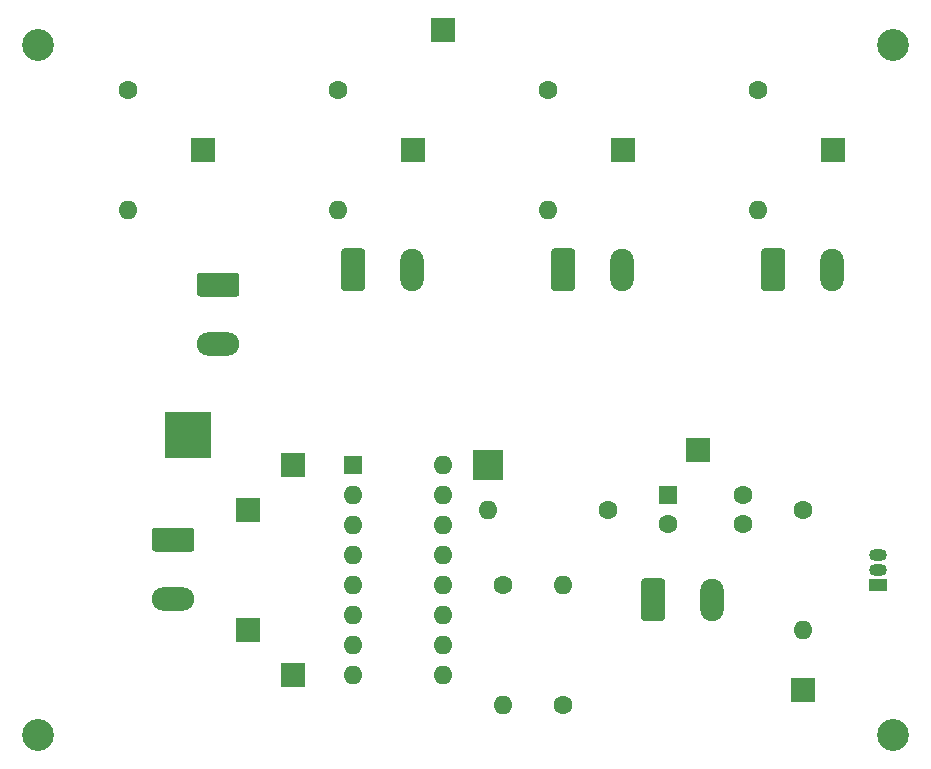
<source format=gbr>
%TF.GenerationSoftware,KiCad,Pcbnew,(5.1.10)-1*%
%TF.CreationDate,2021-09-08T20:08:48+02:00*%
%TF.ProjectId,uklad,756b6c61-642e-46b6-9963-61645f706362,rev?*%
%TF.SameCoordinates,Original*%
%TF.FileFunction,Soldermask,Top*%
%TF.FilePolarity,Negative*%
%FSLAX46Y46*%
G04 Gerber Fmt 4.6, Leading zero omitted, Abs format (unit mm)*
G04 Created by KiCad (PCBNEW (5.1.10)-1) date 2021-09-08 20:08:48*
%MOMM*%
%LPD*%
G01*
G04 APERTURE LIST*
%ADD10C,2.700000*%
%ADD11R,2.500000X2.500000*%
%ADD12O,1.600000X1.600000*%
%ADD13C,1.600000*%
%ADD14R,4.000000X4.000000*%
%ADD15R,2.000000X2.000000*%
%ADD16O,2.000000X3.600000*%
%ADD17R,1.600000X1.600000*%
%ADD18R,1.500000X1.050000*%
%ADD19O,1.500000X1.050000*%
%ADD20O,3.600000X2.000000*%
G04 APERTURE END LIST*
D10*
%TO.C,REF\u002A\u002A*%
X165100000Y-120650000D03*
%TD*%
%TO.C,REF\u002A\u002A*%
X92710000Y-120650000D03*
%TD*%
%TO.C,REF\u002A\u002A*%
X92710000Y-62230000D03*
%TD*%
%TO.C,REF\u002A\u002A*%
X165100000Y-62230000D03*
%TD*%
D11*
%TO.C,GND_dzielnik*%
X130810000Y-97790000D03*
%TD*%
D12*
%TO.C,1M*%
X137160000Y-107950000D03*
D13*
X137160000Y-118110000D03*
%TD*%
D14*
%TO.C,GND*%
X105410000Y-95250000D03*
%TD*%
D15*
%TO.C,+5V*%
X127000000Y-60960000D03*
%TD*%
%TO.C,Ard_A0*%
X148590000Y-96520000D03*
%TD*%
%TO.C,DP A4*%
X160020000Y-71120000D03*
%TD*%
%TO.C,GL A3*%
X106680000Y-71120000D03*
%TD*%
%TO.C,DL A2*%
X142240000Y-71120000D03*
%TD*%
%TO.C,GP A5*%
X124460000Y-71120000D03*
%TD*%
%TO.C,Ard_D9*%
X110490000Y-101600000D03*
%TD*%
%TO.C,Ard_D10*%
X114300000Y-97790000D03*
%TD*%
%TO.C,Ard_D8*%
X110490000Y-111760000D03*
%TD*%
%TO.C,Ard_Vin*%
X114300000Y-115570000D03*
%TD*%
%TO.C,Ard_D7*%
X157480000Y-116840000D03*
%TD*%
D16*
%TO.C,Solar*%
X149780000Y-109220000D03*
G36*
G01*
X143780000Y-110770000D02*
X143780000Y-107670000D01*
G75*
G02*
X144030000Y-107420000I250000J0D01*
G01*
X145530000Y-107420000D01*
G75*
G02*
X145780000Y-107670000I0J-250000D01*
G01*
X145780000Y-110770000D01*
G75*
G02*
X145530000Y-111020000I-250000J0D01*
G01*
X144030000Y-111020000D01*
G75*
G02*
X143780000Y-110770000I0J250000D01*
G01*
G37*
%TD*%
D12*
%TO.C,L293D*%
X127000000Y-97790000D03*
X119380000Y-115570000D03*
X127000000Y-100330000D03*
X119380000Y-113030000D03*
X127000000Y-102870000D03*
X119380000Y-110490000D03*
X127000000Y-105410000D03*
X119380000Y-107950000D03*
X127000000Y-107950000D03*
X119380000Y-105410000D03*
X127000000Y-110490000D03*
X119380000Y-102870000D03*
X127000000Y-113030000D03*
X119380000Y-100330000D03*
X127000000Y-115570000D03*
D17*
X119380000Y-97790000D03*
%TD*%
D18*
%TO.C,DS18B20*%
X163830000Y-107950000D03*
D19*
X163830000Y-105410000D03*
X163830000Y-106680000D03*
%TD*%
D16*
%TO.C,Photo DP*%
X159940000Y-81280000D03*
G36*
G01*
X153940000Y-82830000D02*
X153940000Y-79730000D01*
G75*
G02*
X154190000Y-79480000I250000J0D01*
G01*
X155690000Y-79480000D01*
G75*
G02*
X155940000Y-79730000I0J-250000D01*
G01*
X155940000Y-82830000D01*
G75*
G02*
X155690000Y-83080000I-250000J0D01*
G01*
X154190000Y-83080000D01*
G75*
G02*
X153940000Y-82830000I0J250000D01*
G01*
G37*
%TD*%
D12*
%TO.C,310R*%
X153670000Y-76200000D03*
D13*
X153670000Y-66040000D03*
%TD*%
D16*
%TO.C,Photo DL*%
X142160000Y-81280000D03*
G36*
G01*
X136160000Y-82830000D02*
X136160000Y-79730000D01*
G75*
G02*
X136410000Y-79480000I250000J0D01*
G01*
X137910000Y-79480000D01*
G75*
G02*
X138160000Y-79730000I0J-250000D01*
G01*
X138160000Y-82830000D01*
G75*
G02*
X137910000Y-83080000I-250000J0D01*
G01*
X136410000Y-83080000D01*
G75*
G02*
X136160000Y-82830000I0J250000D01*
G01*
G37*
%TD*%
D12*
%TO.C,310R*%
X135890000Y-76200000D03*
D13*
X135890000Y-66040000D03*
%TD*%
D12*
%TO.C,1M*%
X132080000Y-118110000D03*
D13*
X132080000Y-107950000D03*
%TD*%
D12*
%TO.C,1M*%
X130810000Y-101600000D03*
D13*
X140970000Y-101600000D03*
%TD*%
D16*
%TO.C,Photo GP*%
X124380000Y-81280000D03*
G36*
G01*
X118380000Y-82830000D02*
X118380000Y-79730000D01*
G75*
G02*
X118630000Y-79480000I250000J0D01*
G01*
X120130000Y-79480000D01*
G75*
G02*
X120380000Y-79730000I0J-250000D01*
G01*
X120380000Y-82830000D01*
G75*
G02*
X120130000Y-83080000I-250000J0D01*
G01*
X118630000Y-83080000D01*
G75*
G02*
X118380000Y-82830000I0J250000D01*
G01*
G37*
%TD*%
D12*
%TO.C,310R*%
X118110000Y-76200000D03*
D13*
X118110000Y-66040000D03*
%TD*%
D20*
%TO.C,Photo GL*%
X107950000Y-87550000D03*
G36*
G01*
X106400000Y-81550000D02*
X109500000Y-81550000D01*
G75*
G02*
X109750000Y-81800000I0J-250000D01*
G01*
X109750000Y-83300000D01*
G75*
G02*
X109500000Y-83550000I-250000J0D01*
G01*
X106400000Y-83550000D01*
G75*
G02*
X106150000Y-83300000I0J250000D01*
G01*
X106150000Y-81800000D01*
G75*
G02*
X106400000Y-81550000I250000J0D01*
G01*
G37*
%TD*%
D12*
%TO.C,310R*%
X100330000Y-76200000D03*
D13*
X100330000Y-66040000D03*
%TD*%
D12*
%TO.C,4\u002C7k*%
X157480000Y-111760000D03*
D13*
X157480000Y-101600000D03*
%TD*%
D20*
%TO.C,DC_Motor*%
X104140000Y-109140000D03*
G36*
G01*
X102590000Y-103140000D02*
X105690000Y-103140000D01*
G75*
G02*
X105940000Y-103390000I0J-250000D01*
G01*
X105940000Y-104890000D01*
G75*
G02*
X105690000Y-105140000I-250000J0D01*
G01*
X102590000Y-105140000D01*
G75*
G02*
X102340000Y-104890000I0J250000D01*
G01*
X102340000Y-103390000D01*
G75*
G02*
X102590000Y-103140000I250000J0D01*
G01*
G37*
%TD*%
D13*
%TO.C,100nF*%
X152400000Y-102830000D03*
X152400000Y-100330000D03*
%TD*%
%TO.C,220uF*%
X146050000Y-102830000D03*
D17*
X146050000Y-100330000D03*
%TD*%
M02*

</source>
